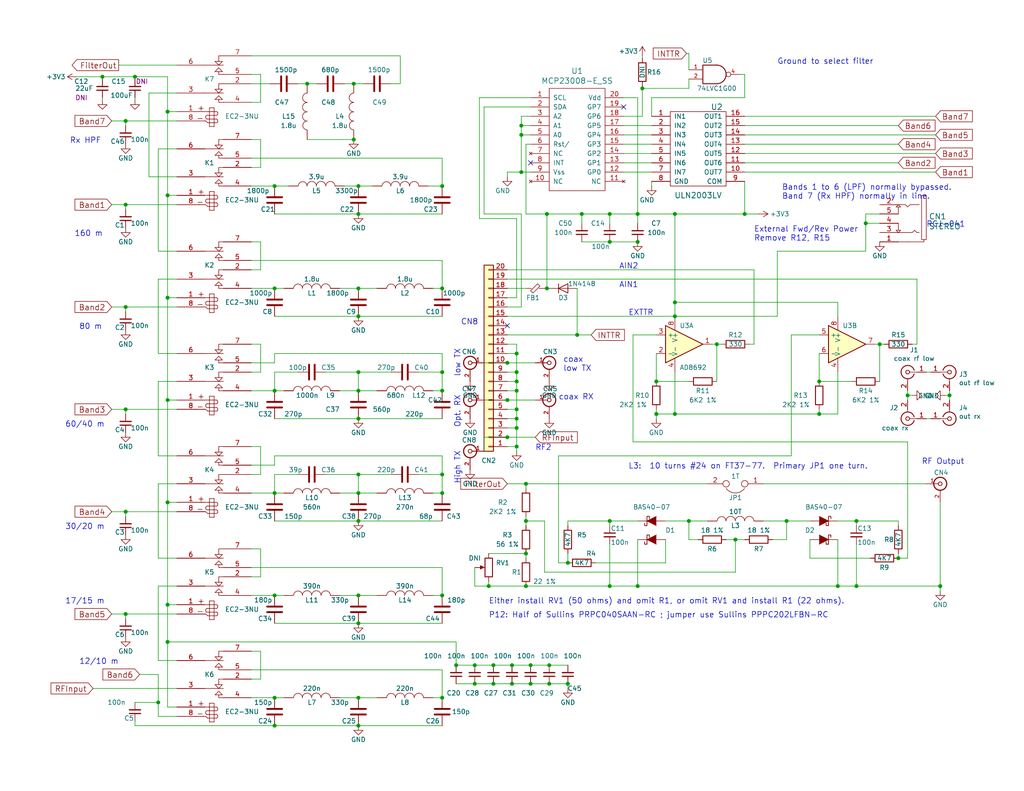
<source format=kicad_sch>
(kicad_sch (version 20230121) (generator eeschema)
  (paper "USLetter")
  (title_block (title "HL2 Filter Board") (date "2019-02-20") (rev "E5build8") (company "N2ADR"))
  (junction (at 120.65 101.6))
  (junction (at 45.72 30.48))
  (junction (at 140.97 96.52))
  (junction (at 36.83 20.955))
  (junction (at 149.225 58.42))
  (junction (at 223.52 113.03))
  (junction (at 45.72 81.28))
  (junction (at 240.03 93.98))
  (junction (at 203.2 58.42))
  (junction (at 133.35 160.02))
  (junction (at 184.15 113.03))
  (junction (at 187.96 142.24))
  (junction (at 97.79 101.6))
  (junction (at 97.79 78.74))
  (junction (at 223.52 104.14))
  (junction (at 43.18 191.77))
  (junction (at 142.24 36.83))
  (junction (at 144.78 181.61))
  (junction (at 143.51 160.02))
  (junction (at 120.65 50.8))
  (junction (at 158.75 58.42))
  (junction (at 245.11 152.4))
  (junction (at 97.79 198.12))
  (junction (at 97.79 86.36))
  (junction (at 120.65 129.54))
  (junction (at 138.43 99.06))
  (junction (at 34.29 83.82))
  (junction (at 124.46 181.61))
  (junction (at 173.99 160.02))
  (junction (at 97.79 106.68))
  (junction (at 139.7 181.61))
  (junction (at 97.79 190.5))
  (junction (at 144.78 186.69))
  (junction (at 166.37 142.24))
  (junction (at 200.66 147.32))
  (junction (at 134.62 181.61))
  (junction (at 138.43 109.22))
  (junction (at 134.62 186.69))
  (junction (at 97.79 142.24))
  (junction (at 166.37 160.02))
  (junction (at 233.68 160.02))
  (junction (at 140.97 116.84))
  (junction (at 166.37 66.04))
  (junction (at 173.99 58.42))
  (junction (at 74.93 78.74))
  (junction (at 149.225 78.74))
  (junction (at 74.93 162.56))
  (junction (at 27.94 20.955))
  (junction (at 140.97 114.3))
  (junction (at 154.94 186.69))
  (junction (at 138.43 119.38))
  (junction (at 120.65 190.5))
  (junction (at 34.29 139.7))
  (junction (at 97.79 134.62))
  (junction (at 139.7 186.69))
  (junction (at 154.94 153.67))
  (junction (at 228.6 160.02))
  (junction (at 142.24 34.29))
  (junction (at 247.65 107.95))
  (junction (at 175.26 24.13))
  (junction (at 259.08 107.95))
  (junction (at 143.51 142.24))
  (junction (at 256.54 160.02))
  (junction (at 34.29 55.88))
  (junction (at 45.72 175.26))
  (junction (at 166.37 58.42))
  (junction (at 140.97 101.6))
  (junction (at 83.82 22.86))
  (junction (at 97.79 129.54))
  (junction (at 45.72 165.1))
  (junction (at 96.52 38.1))
  (junction (at 97.79 170.18))
  (junction (at 120.65 134.62))
  (junction (at 97.79 162.56))
  (junction (at 179.07 113.03))
  (junction (at 45.72 137.16))
  (junction (at 120.65 78.74))
  (junction (at 184.15 86.36))
  (junction (at 140.97 121.92))
  (junction (at 195.58 93.98))
  (junction (at 140.97 111.76))
  (junction (at 129.54 186.69))
  (junction (at 179.07 104.14))
  (junction (at 129.54 181.61))
  (junction (at 214.63 142.24))
  (junction (at 97.79 114.3))
  (junction (at 74.93 50.8))
  (junction (at 45.72 109.22))
  (junction (at 143.51 132.08))
  (junction (at 173.99 66.04))
  (junction (at 157.48 91.44))
  (junction (at 34.29 167.64))
  (junction (at 184.15 58.42))
  (junction (at 184.15 82.55))
  (junction (at 233.68 142.24))
  (junction (at 96.52 22.86))
  (junction (at 34.29 111.76))
  (junction (at 34.29 33.02))
  (junction (at 142.24 46.99))
  (junction (at 143.51 151.13))
  (junction (at 120.65 106.68))
  (junction (at 120.65 162.56))
  (junction (at 149.86 181.61))
  (junction (at 74.93 190.5))
  (junction (at 74.93 106.68))
  (junction (at 140.97 104.14))
  (junction (at 74.93 134.62))
  (junction (at 236.22 60.96))
  (junction (at 97.79 50.8))
  (junction (at 97.79 58.42))
  (junction (at 149.86 186.69))
  (junction (at 45.72 53.34))
  (junction (at 74.93 198.12))
  (junction (at 140.97 106.68))
  (no_connect (at 170.18 29.21))
  (no_connect (at 138.43 88.9))
  (no_connect (at 144.78 44.45))
  (wire (pts (xy 143.51 151.13) (xy 143.51 152.4)))
  (wire (pts (xy 120.65 154.94) (xy 68.58 154.94)))
  (wire (pts (xy 233.68 160.02) (xy 233.68 148.59)))
  (wire (pts (xy 140.97 111.76) (xy 138.43 111.76)))
  (wire (pts (xy 48.26 160.02) (xy 43.18 160.02)))
  (wire (pts (xy 143.51 58.42) (xy 149.225 58.42)))
  (wire (pts (xy 97.79 50.8) (xy 101.6 50.8)))
  (wire (pts (xy 256.54 137.16) (xy 256.54 160.02)))
  (wire (pts (xy 140.97 114.3) (xy 138.43 114.3)))
  (wire (pts (xy 71.12 27.94) (xy 68.58 27.94)))
  (wire (pts (xy 138.43 46.99) (xy 138.43 48.26)))
  (wire (pts (xy 245.11 152.4) (xy 245.11 151.13)))
  (wire (pts (xy 190.5 147.32) (xy 187.96 147.32)))
  (wire (pts (xy 173.99 58.42) (xy 173.99 60.96)))
  (wire (pts (xy 142.24 31.75) (xy 142.24 34.29)))
  (wire (pts (xy 74.93 142.24) (xy 97.79 142.24)))
  (wire (pts (xy 71.12 66.04) (xy 71.12 73.66)))
  (wire (pts (xy 97.79 106.68) (xy 102.87 106.68)))
  (wire (pts (xy 43.18 96.52) (xy 43.18 76.2)))
  (wire (pts (xy 30.48 55.88) (xy 34.29 55.88)))
  (wire (pts (xy 181.61 153.67) (xy 181.61 147.32)))
  (wire (pts (xy 71.12 121.92) (xy 71.12 129.54)))
  (wire (pts (xy 203.2 58.42) (xy 207.01 58.42)))
  (wire (pts (xy 30.48 167.64) (xy 34.29 167.64)))
  (wire (pts (xy 68.58 190.5) (xy 74.93 190.5)))
  (wire (pts (xy 34.29 33.02) (xy 48.26 33.02)))
  (wire (pts (xy 166.37 66.04) (xy 173.99 66.04)))
  (wire (pts (xy 184.15 58.42) (xy 203.2 58.42)))
  (wire (pts (xy 166.37 58.42) (xy 173.99 58.42)))
  (wire (pts (xy 30.48 83.82) (xy 34.29 83.82)))
  (wire (pts (xy 43.18 152.4) (xy 43.18 132.08)))
  (wire (pts (xy 143.51 160.02) (xy 166.37 160.02)))
  (wire (pts (xy 45.72 193.04) (xy 48.26 193.04)))
  (wire (pts (xy 74.93 127) (xy 68.58 127)))
  (wire (pts (xy 20.955 20.955) (xy 27.94 20.955)))
  (wire (pts (xy 118.11 190.5) (xy 120.65 190.5)))
  (wire (pts (xy 138.43 76.2) (xy 250.19 76.2)))
  (wire (pts (xy 195.58 93.98) (xy 195.58 104.14)))
  (wire (pts (xy 74.93 106.68) (xy 74.93 101.6)))
  (wire (pts (xy 92.71 106.68) (xy 97.79 106.68)))
  (wire (pts (xy 175.26 31.75) (xy 170.18 31.75)))
  (wire (pts (xy 140.97 59.69) (xy 130.81 59.69)))
  (wire (pts (xy 142.24 34.29) (xy 142.24 36.83)))
  (wire (pts (xy 149.225 58.42) (xy 158.75 58.42)))
  (wire (pts (xy 81.28 129.54) (xy 74.93 129.54)))
  (wire (pts (xy 166.37 148.59) (xy 166.37 160.02)))
  (wire (pts (xy 149.86 181.61) (xy 154.94 181.61)))
  (wire (pts (xy 257.81 107.95) (xy 259.08 107.95)))
  (wire (pts (xy 172.72 91.44) (xy 172.72 120.65)))
  (wire (pts (xy 83.82 22.86) (xy 86.36 22.86)))
  (wire (pts (xy 93.98 50.8) (xy 97.79 50.8)))
  (wire (pts (xy 68.58 162.56) (xy 74.93 162.56)))
  (wire (pts (xy 48.26 124.46) (xy 43.18 124.46)))
  (wire (pts (xy 214.63 142.24) (xy 220.98 142.24)))
  (wire (pts (xy 223.52 104.14) (xy 223.52 96.52)))
  (wire (pts (xy 179.07 104.14) (xy 179.07 96.52)))
  (wire (pts (xy 203.2 41.91) (xy 255.27 41.91)))
  (wire (pts (xy 124.46 175.26) (xy 124.46 181.61)))
  (wire (pts (xy 138.43 99.06) (xy 146.05 99.06)))
  (wire (pts (xy 129.54 160.02) (xy 133.35 160.02)))
  (wire (pts (xy 129.54 154.94) (xy 129.54 160.02)))
  (wire (pts (xy 144.78 186.69) (xy 149.86 186.69)))
  (wire (pts (xy 48.26 96.52) (xy 43.18 96.52)))
  (wire (pts (xy 97.79 190.5) (xy 102.87 190.5)))
  (wire (pts (xy 143.51 132.08) (xy 193.04 132.08)))
  (wire (pts (xy 203.2 26.67) (xy 177.8 26.67)))
  (wire (pts (xy 74.93 78.74) (xy 77.47 78.74)))
  (wire (pts (xy 132.08 99.06) (xy 138.43 99.06)))
  (wire (pts (xy 138.43 96.52) (xy 140.97 96.52)))
  (wire (pts (xy 148.59 78.74) (xy 149.225 78.74)))
  (wire (pts (xy 228.6 82.55) (xy 184.15 82.55)))
  (wire (pts (xy 203.2 31.75) (xy 255.27 31.75)))
  (wire (pts (xy 142.24 34.29) (xy 144.78 34.29)))
  (wire (pts (xy 43.18 40.64) (xy 43.18 68.58)))
  (wire (pts (xy 92.71 134.62) (xy 97.79 134.62)))
  (wire (pts (xy 130.81 59.69) (xy 130.81 26.67)))
  (wire (pts (xy 74.93 106.68) (xy 77.47 106.68)))
  (wire (pts (xy 109.22 15.24) (xy 109.22 22.86)))
  (wire (pts (xy 68.58 20.32) (xy 71.12 20.32)))
  (wire (pts (xy 140.97 116.84) (xy 140.97 121.92)))
  (wire (pts (xy 152.4 124.46) (xy 215.9 124.46)))
  (wire (pts (xy 68.58 78.74) (xy 74.93 78.74)))
  (wire (pts (xy 97.79 170.18) (xy 120.65 170.18)))
  (wire (pts (xy 120.65 182.88) (xy 68.58 182.88)))
  (wire (pts (xy 130.81 26.67) (xy 144.78 26.67)))
  (wire (pts (xy 36.83 198.12) (xy 74.93 198.12)))
  (wire (pts (xy 223.52 113.03) (xy 228.6 113.03)))
  (wire (pts (xy 181.61 142.24) (xy 187.96 142.24)))
  (wire (pts (xy 212.09 68.58) (xy 236.22 68.58)))
  (wire (pts (xy 129.54 181.61) (xy 134.62 181.61)))
  (wire (pts (xy 68.58 38.1) (xy 71.12 38.1)))
  (wire (pts (xy 138.43 81.28) (xy 140.97 81.28)))
  (wire (pts (xy 132.08 119.38) (xy 138.43 119.38)))
  (wire (pts (xy 138.43 46.99) (xy 142.24 46.99)))
  (wire (pts (xy 68.58 134.62) (xy 74.93 134.62)))
  (wire (pts (xy 208.28 142.24) (xy 214.63 142.24)))
  (wire (pts (xy 92.71 78.74) (xy 97.79 78.74)))
  (wire (pts (xy 203.2 46.99) (xy 255.27 46.99)))
  (wire (pts (xy 158.75 66.04) (xy 166.37 66.04)))
  (wire (pts (xy 120.65 43.18) (xy 120.65 50.8)))
  (wire (pts (xy 166.37 143.51) (xy 166.37 142.24)))
  (wire (pts (xy 36.83 26.67) (xy 36.83 27.305)))
  (wire (pts (xy 34.29 140.97) (xy 34.29 139.7)))
  (wire (pts (xy 43.18 124.46) (xy 43.18 104.14)))
  (wire (pts (xy 140.97 101.6) (xy 140.97 104.14)))
  (wire (pts (xy 236.22 68.58) (xy 236.22 60.96)))
  (wire (pts (xy 236.22 58.42) (xy 240.03 58.42)))
  (wire (pts (xy 124.46 186.69) (xy 129.54 186.69)))
  (wire (pts (xy 68.58 106.68) (xy 74.93 106.68)))
  (wire (pts (xy 140.97 106.68) (xy 140.97 111.76)))
  (wire (pts (xy 74.93 190.5) (xy 77.47 190.5)))
  (wire (pts (xy 142.24 36.83) (xy 142.24 46.99)))
  (wire (pts (xy 158.75 60.96) (xy 158.75 58.42)))
  (wire (pts (xy 205.74 73.66) (xy 205.74 93.98)))
  (wire (pts (xy 205.74 93.98) (xy 204.47 93.98)))
  (wire (pts (xy 194.31 93.98) (xy 195.58 93.98)))
  (wire (pts (xy 74.93 86.36) (xy 97.79 86.36)))
  (wire (pts (xy 71.12 185.42) (xy 68.58 185.42)))
  (wire (pts (xy 109.22 22.86) (xy 106.68 22.86)))
  (wire (pts (xy 68.58 121.92) (xy 71.12 121.92)))
  (wire (pts (xy 238.76 93.98) (xy 240.03 93.98)))
  (wire (pts (xy 114.3 129.54) (xy 120.65 129.54)))
  (wire (pts (xy 97.79 134.62) (xy 97.79 129.54)))
  (wire (pts (xy 157.48 78.74) (xy 157.48 91.44)))
  (wire (pts (xy 88.9 129.54) (xy 97.79 129.54)))
  (wire (pts (xy 129.54 186.69) (xy 134.62 186.69)))
  (wire (pts (xy 36.83 20.955) (xy 45.72 20.955)))
  (wire (pts (xy 170.18 34.29) (xy 177.8 34.29)))
  (wire (pts (xy 71.12 93.98) (xy 71.12 101.6)))
  (wire (pts (xy 228.6 142.24) (xy 233.68 142.24)))
  (wire (pts (xy 240.03 104.14) (xy 240.03 93.98)))
  (wire (pts (xy 133.35 160.02) (xy 143.51 160.02)))
  (wire (pts (xy 140.97 101.6) (xy 138.43 101.6)))
  (wire (pts (xy 142.24 46.99) (xy 144.78 46.99)))
  (wire (pts (xy 166.37 142.24) (xy 173.99 142.24)))
  (wire (pts (xy 43.18 76.2) (xy 48.26 76.2)))
  (wire (pts (xy 134.62 186.69) (xy 139.7 186.69)))
  (wire (pts (xy 68.58 149.86) (xy 71.12 149.86)))
  (wire (pts (xy 233.68 143.51) (xy 233.68 142.24)))
  (wire (pts (xy 45.72 137.16) (xy 45.72 165.1)))
  (wire (pts (xy 220.98 147.32) (xy 220.98 152.4)))
  (wire (pts (xy 203.2 20.32) (xy 203.2 26.67)))
  (wire (pts (xy 97.79 101.6) (xy 97.79 106.68)))
  (wire (pts (xy 200.66 147.32) (xy 200.66 156.21)))
  (wire (pts (xy 138.43 83.82) (xy 142.24 83.82)))
  (wire (pts (xy 250.19 76.2) (xy 250.19 93.98)))
  (wire (pts (xy 124.46 181.61) (xy 129.54 181.61)))
  (wire (pts (xy 247.65 107.95) (xy 247.65 109.22)))
  (wire (pts (xy 71.12 38.1) (xy 71.12 45.72)))
  (wire (pts (xy 157.48 91.44) (xy 161.29 91.44)))
  (wire (pts (xy 40.64 48.26) (xy 48.26 48.26)))
  (wire (pts (xy 43.18 180.34) (xy 48.26 180.34)))
  (wire (pts (xy 140.97 116.84) (xy 138.43 116.84)))
  (wire (pts (xy 68.58 50.8) (xy 74.93 50.8)))
  (wire (pts (xy 233.68 160.02) (xy 256.54 160.02)))
  (wire (pts (xy 154.94 142.24) (xy 154.94 143.51)))
  (wire (pts (xy 71.12 20.32) (xy 71.12 27.94)))
  (wire (pts (xy 74.93 170.18) (xy 97.79 170.18)))
  (wire (pts (xy 175.26 23.495) (xy 175.26 24.13)))
  (wire (pts (xy 45.72 175.26) (xy 124.46 175.26)))
  (wire (pts (xy 203.2 44.45) (xy 245.11 44.45)))
  (wire (pts (xy 68.58 43.18) (xy 120.65 43.18)))
  (wire (pts (xy 36.83 191.77) (xy 43.18 191.77)))
  (wire (pts (xy 114.3 101.6) (xy 120.65 101.6)))
  (wire (pts (xy 247.65 120.65) (xy 247.65 152.4)))
  (wire (pts (xy 158.75 58.42) (xy 166.37 58.42)))
  (wire (pts (xy 38.1 184.15) (xy 43.18 184.15)))
  (wire (pts (xy 27.94 20.955) (xy 36.83 20.955)))
  (wire (pts (xy 184.15 58.42) (xy 184.15 82.55)))
  (wire (pts (xy 179.07 113.03) (xy 179.07 114.3)))
  (wire (pts (xy 203.2 34.29) (xy 245.11 34.29)))
  (wire (pts (xy 179.07 91.44) (xy 172.72 91.44)))
  (wire (pts (xy 142.24 36.83) (xy 144.78 36.83)))
  (wire (pts (xy 223.52 113.03) (xy 223.52 111.76)))
  (wire (pts (xy 247.65 152.4) (xy 245.11 152.4)))
  (wire (pts (xy 143.51 133.35) (xy 143.51 132.08)))
  (wire (pts (xy 34.29 111.76) (xy 48.26 111.76)))
  (wire (pts (xy 140.97 106.68) (xy 138.43 106.68)))
  (wire (pts (xy 177.8 31.75) (xy 177.8 26.67)))
  (wire (pts (xy 149.225 78.74) (xy 149.86 78.74)))
  (wire (pts (xy 170.18 41.91) (xy 177.8 41.91)))
  (wire (pts (xy 175.26 15.24) (xy 175.26 15.875)))
  (wire (pts (xy 97.79 162.56) (xy 102.87 162.56)))
  (wire (pts (xy 68.58 93.98) (xy 71.12 93.98)))
  (wire (pts (xy 120.65 124.46) (xy 120.65 129.54)))
  (wire (pts (xy 92.71 190.5) (xy 97.79 190.5)))
  (wire (pts (xy 45.72 20.955) (xy 45.72 30.48)))
  (wire (pts (xy 187.325 14.605) (xy 187.96 14.605)))
  (wire (pts (xy 43.18 68.58) (xy 48.26 68.58)))
  (wire (pts (xy 45.72 137.16) (xy 48.26 137.16)))
  (wire (pts (xy 162.56 153.67) (xy 181.61 153.67)))
  (wire (pts (xy 179.07 113.03) (xy 184.15 113.03)))
  (wire (pts (xy 68.58 177.8) (xy 71.12 177.8)))
  (wire (pts (xy 120.65 96.52) (xy 74.93 96.52)))
  (wire (pts (xy 138.43 109.22) (xy 146.05 109.22)))
  (wire (pts (xy 247.65 106.68) (xy 247.65 107.95)))
  (wire (pts (xy 132.08 58.42) (xy 132.08 29.21)))
  (wire (pts (xy 120.65 124.46) (xy 74.93 124.46)))
  (wire (pts (xy 68.58 22.86) (xy 73.66 22.86)))
  (wire (pts (xy 140.97 81.28) (xy 140.97 59.69)))
  (wire (pts (xy 154.94 186.69) (xy 154.94 187.96)))
  (wire (pts (xy 187.96 14.605) (xy 187.96 19.05)))
  (wire (pts (xy 97.79 101.6) (xy 106.68 101.6)))
  (wire (pts (xy 139.7 186.69) (xy 144.78 186.69)))
  (wire (pts (xy 203.2 58.42) (xy 203.2 49.53)))
  (wire (pts (xy 154.94 153.67) (xy 152.4 153.67)))
  (wire (pts (xy 166.37 160.02) (xy 173.99 160.02)))
  (wire (pts (xy 74.93 58.42) (xy 97.79 58.42)))
  (wire (pts (xy 170.18 39.37) (xy 177.8 39.37)))
  (wire (pts (xy 36.83 21.59) (xy 36.83 20.955)))
  (wire (pts (xy 97.79 78.74) (xy 102.87 78.74)))
  (wire (pts (xy 48.26 152.4) (xy 43.18 152.4)))
  (wire (pts (xy 118.11 78.74) (xy 120.65 78.74)))
  (wire (pts (xy 71.12 177.8) (xy 71.12 185.42)))
  (wire (pts (xy 97.79 198.12) (xy 120.65 198.12)))
  (wire (pts (xy 27.94 21.59) (xy 27.94 20.955)))
  (wire (pts (xy 173.99 58.42) (xy 184.15 58.42)))
  (wire (pts (xy 149.86 186.69) (xy 154.94 186.69)))
  (wire (pts (xy 228.6 86.36) (xy 228.6 82.55)))
  (wire (pts (xy 45.72 81.28) (xy 48.26 81.28)))
  (wire (pts (xy 215.9 91.44) (xy 223.52 91.44)))
  (wire (pts (xy 120.65 71.12) (xy 68.58 71.12)))
  (wire (pts (xy 97.79 86.36) (xy 120.65 86.36)))
  (wire (pts (xy 220.98 152.4) (xy 237.49 152.4)))
  (wire (pts (xy 45.72 53.34) (xy 45.72 81.28)))
  (wire (pts (xy 120.65 129.54) (xy 120.65 134.62)))
  (wire (pts (xy 120.65 162.56) (xy 120.65 154.94)))
  (wire (pts (xy 138.43 91.44) (xy 157.48 91.44)))
  (wire (pts (xy 34.29 55.88) (xy 48.26 55.88)))
  (wire (pts (xy 30.48 111.76) (xy 34.29 111.76)))
  (wire (pts (xy 173.99 147.32) (xy 173.99 160.02)))
  (wire (pts (xy 184.15 82.55) (xy 184.15 86.36)))
  (wire (pts (xy 30.48 33.02) (xy 34.29 33.02)))
  (wire (pts (xy 240.03 60.96) (xy 236.22 60.96)))
  (wire (pts (xy 259.08 106.68) (xy 259.08 107.95)))
  (wire (pts (xy 143.51 142.24) (xy 143.51 143.51)))
  (wire (pts (xy 152.4 153.67) (xy 152.4 124.46)))
  (wire (pts (xy 133.35 158.75) (xy 133.35 160.02)))
  (wire (pts (xy 71.12 149.86) (xy 71.12 157.48)))
  (wire (pts (xy 71.12 101.6) (xy 68.58 101.6)))
  (wire (pts (xy 132.08 123.19) (xy 132.08 119.38)))
  (wire (pts (xy 177.8 44.45) (xy 170.18 44.45)))
  (wire (pts (xy 142.24 83.82) (xy 142.24 58.42)))
  (wire (pts (xy 43.18 132.08) (xy 48.26 132.08)))
  (wire (pts (xy 81.28 22.86) (xy 83.82 22.86)))
  (wire (pts (xy 140.97 111.76) (xy 140.97 114.3)))
  (wire (pts (xy 45.72 30.48) (xy 45.72 53.34)))
  (wire (pts (xy 228.6 113.03) (xy 228.6 101.6)))
  (wire (pts (xy 34.29 85.09) (xy 34.29 83.82)))
  (wire (pts (xy 120.65 50.8) (xy 116.84 50.8)))
  (wire (pts (xy 184.15 86.36) (xy 212.09 86.36)))
  (wire (pts (xy 68.58 15.24) (xy 109.22 15.24)))
  (wire (pts (xy 228.6 160.02) (xy 228.6 147.32)))
  (wire (pts (xy 74.93 101.6) (xy 81.28 101.6)))
  (wire (pts (xy 88.9 101.6) (xy 97.79 101.6)))
  (wire (pts (xy 43.18 104.14) (xy 48.26 104.14)))
  (wire (pts (xy 71.12 129.54) (xy 68.58 129.54)))
  (wire (pts (xy 154.94 151.13) (xy 154.94 153.67)))
  (wire (pts (xy 144.78 39.37) (xy 143.51 39.37)))
  (wire (pts (xy 97.79 114.3) (xy 120.65 114.3)))
  (wire (pts (xy 133.35 151.13) (xy 143.51 151.13)))
  (wire (pts (xy 140.97 121.92) (xy 138.43 121.92)))
  (wire (pts (xy 34.29 113.03) (xy 34.29 111.76)))
  (wire (pts (xy 139.7 181.61) (xy 144.78 181.61)))
  (wire (pts (xy 97.79 129.54) (xy 106.68 129.54)))
  (wire (pts (xy 170.18 36.83) (xy 177.8 36.83)))
  (wire (pts (xy 48.26 40.64) (xy 43.18 40.64)))
  (wire (pts (xy 187.96 21.59) (xy 187.96 24.13)))
  (wire (pts (xy 30.48 139.7) (xy 34.29 139.7)))
  (wire (pts (xy 166.37 60.96) (xy 166.37 58.42)))
  (wire (pts (xy 74.93 124.46) (xy 74.93 127)))
  (wire (pts (xy 97.79 134.62) (xy 102.87 134.62)))
  (wire (pts (xy 140.97 104.14) (xy 140.97 106.68)))
  (wire (pts (xy 148.59 142.24) (xy 143.51 142.24)))
  (wire (pts (xy 45.72 81.28) (xy 45.72 109.22)))
  (wire (pts (xy 48.26 30.48) (xy 45.72 30.48)))
  (wire (pts (xy 140.97 121.92) (xy 140.97 123.19)))
  (wire (pts (xy 228.6 160.02) (xy 233.68 160.02)))
  (wire (pts (xy 187.96 104.14) (xy 179.07 104.14)))
  (wire (pts (xy 45.72 109.22) (xy 45.72 137.16)))
  (wire (pts (xy 203.2 36.83) (xy 255.27 36.83)))
  (wire (pts (xy 143.51 140.97) (xy 143.51 142.24)))
  (wire (pts (xy 34.29 83.82) (xy 48.26 83.82)))
  (wire (pts (xy 170.18 26.67) (xy 173.99 26.67)))
  (wire (pts (xy 175.26 24.13) (xy 175.26 31.75)))
  (wire (pts (xy 120.65 101.6) (xy 120.65 106.68)))
  (wire (pts (xy 97.79 142.24) (xy 120.65 142.24)))
  (wire (pts (xy 120.65 106.68) (xy 118.11 106.68)))
  (wire (pts (xy 134.62 181.61) (xy 139.7 181.61)))
  (wire (pts (xy 120.65 190.5) (xy 120.65 182.88)))
  (wire (pts (xy 142.24 58.42) (xy 132.08 58.42)))
  (wire (pts (xy 74.93 96.52) (xy 74.93 99.06)))
  (wire (pts (xy 240.03 93.98) (xy 241.3 93.98)))
  (wire (pts (xy 34.29 57.15) (xy 34.29 55.88)))
  (wire (pts (xy 200.66 156.21) (xy 148.59 156.21)))
  (wire (pts (xy 140.97 93.98) (xy 140.97 96.52)))
  (wire (pts (xy 34.29 139.7) (xy 48.26 139.7)))
  (wire (pts (xy 83.82 38.1) (xy 96.52 38.1)))
  (wire (pts (xy 140.97 104.14) (xy 138.43 104.14)))
  (wire (pts (xy 248.92 107.95) (xy 247.65 107.95)))
  (wire (pts (xy 32.385 17.78) (xy 48.26 17.78)))
  (wire (pts (xy 203.2 39.37) (xy 245.11 39.37)))
  (wire (pts (xy 233.68 142.24) (xy 245.11 142.24)))
  (wire (pts (xy 48.26 187.96) (xy 25.4 187.96)))
  (wire (pts (xy 27.94 26.67) (xy 27.94 27.305)))
  (wire (pts (xy 96.52 22.86) (xy 99.06 22.86)))
  (wire (pts (xy 187.96 147.32) (xy 187.96 142.24)))
  (wire (pts (xy 201.93 20.32) (xy 203.2 20.32)))
  (wire (pts (xy 142.24 31.75) (xy 144.78 31.75)))
  (wire (pts (xy 120.65 78.74) (xy 120.65 71.12)))
  (wire (pts (xy 215.9 124.46) (xy 215.9 91.44)))
  (wire (pts (xy 187.96 142.24) (xy 193.04 142.24)))
  (wire (pts (xy 195.58 93.98) (xy 196.85 93.98)))
  (wire (pts (xy 250.19 93.98) (xy 248.92 93.98)))
  (wire (pts (xy 252.73 114.3) (xy 254 114.3)))
  (wire (pts (xy 43.18 184.15) (xy 43.18 191.77)))
  (wire (pts (xy 74.93 162.56) (xy 77.47 162.56)))
  (wire (pts (xy 132.08 29.21) (xy 144.78 29.21)))
  (wire (pts (xy 74.93 99.06) (xy 68.58 99.06)))
  (wire (pts (xy 138.43 93.98) (xy 140.97 93.98)))
  (wire (pts (xy 92.71 162.56) (xy 97.79 162.56)))
  (wire (pts (xy 149.225 78.74) (xy 149.225 58.42)))
  (wire (pts (xy 184.15 101.6) (xy 184.15 113.03)))
  (wire (pts (xy 45.72 109.22) (xy 48.26 109.22)))
  (wire (pts (xy 71.12 45.72) (xy 68.58 45.72)))
  (wire (pts (xy 154.94 142.24) (xy 166.37 142.24)))
  (wire (pts (xy 138.43 132.08) (xy 143.51 132.08)))
  (wire (pts (xy 74.93 134.62) (xy 77.47 134.62)))
  (wire (pts (xy 172.72 120.65) (xy 247.65 120.65)))
  (wire (pts (xy 34.29 167.64) (xy 48.26 167.64)))
  (wire (pts (xy 208.28 132.08) (xy 252.73 132.08)))
  (wire (pts (xy 120.65 96.52) (xy 120.65 101.6)))
  (wire (pts (xy 144.78 181.61) (xy 149.86 181.61)))
  (wire (pts (xy 212.09 86.36) (xy 212.09 68.58)))
  (wire (pts (xy 200.66 147.32) (xy 203.2 147.32)))
  (wire (pts (xy 132.08 109.22) (xy 138.43 109.22)))
  (wire (pts (xy 71.12 73.66) (xy 68.58 73.66)))
  (wire (pts (xy 118.11 162.56) (xy 120.65 162.56)))
  (wire (pts (xy 232.41 104.14) (xy 223.52 104.14)))
  (wire (pts (xy 43.18 195.58) (xy 48.26 195.58)))
  (wire (pts (xy 138.43 119.38) (xy 146.05 119.38)))
  (wire (pts (xy 140.97 114.3) (xy 140.97 116.84)))
  (wire (pts (xy 179.07 111.76) (xy 179.07 113.03)))
  (wire (pts (xy 36.83 198.12) (xy 36.83 196.85)))
  (wire (pts (xy 71.12 157.48) (xy 68.58 157.48)))
  (wire (pts (xy 34.29 34.29) (xy 34.29 33.02)))
  (wire (pts (xy 214.63 147.32) (xy 214.63 142.24)))
  (wire (pts (xy 45.72 175.26) (xy 45.72 193.04)))
  (wire (pts (xy 45.72 165.1) (xy 48.26 165.1)))
  (wire (pts (xy 74.93 129.54) (xy 74.93 134.62)))
  (wire (pts (xy 138.43 78.74) (xy 143.51 78.74)))
  (wire (pts (xy 138.43 86.36) (xy 184.15 86.36)))
  (wire (pts (xy 43.18 191.77) (xy 43.18 195.58)))
  (wire (pts (xy 74.93 198.12) (xy 97.79 198.12)))
  (wire (pts (xy 68.58 66.04) (xy 71.12 66.04)))
  (wire (pts (xy 148.59 156.21) (xy 148.59 142.24)))
  (wire (pts (xy 173.99 26.67) (xy 173.99 58.42)))
  (wire (pts (xy 236.22 60.96) (xy 236.22 58.42)))
  (wire (pts (xy 259.08 107.95) (xy 259.08 109.22)))
  (wire (pts (xy 45.72 53.34) (xy 48.26 53.34)))
  (wire (pts (xy 210.82 147.32) (xy 214.63 147.32)))
  (wire (pts (xy 43.18 160.02) (xy 43.18 180.34)))
  (wire (pts (xy 93.98 22.86) (xy 96.52 22.86)))
  (wire (pts (xy 138.43 73.66) (xy 205.74 73.66)))
  (wire (pts (xy 198.12 147.32) (xy 200.66 147.32)))
  (wire (pts (xy 170.18 46.99) (xy 177.8 46.99)))
  (wire (pts (xy 48.26 25.4) (xy 40.64 25.4)))
  (wire (pts (xy 245.11 142.24) (xy 245.11 143.51)))
  (wire (pts (xy 177.8 49.53) (xy 177.8 50.8)))
  (wire (pts (xy 143.51 39.37) (xy 143.51 58.42)))
  (wire (pts (xy 173.99 160.02) (xy 228.6 160.02)))
  (wire (pts (xy 187.96 24.13) (xy 175.26 24.13)))
  (wire (pts (xy 252.73 101.6) (xy 254 101.6)))
  (wire (pts (xy 140.97 96.52) (xy 140.97 101.6)))
  (wire (pts (xy 184.15 113.03) (xy 223.52 113.03)))
  (wire (pts (xy 120.65 134.62) (xy 118.11 134.62)))
  (wire (pts (xy 97.79 58.42) (xy 120.65 58.42)))
  (wire (pts (xy 34.29 168.91) (xy 34.29 167.64)))
  (wire (pts (xy 256.54 160.02) (xy 256.54 161.29)))
  (wire (pts (xy 45.72 165.1) (xy 45.72 175.26)))
  (wire (pts (xy 74.93 114.3) (xy 97.79 114.3)))
  (wire (pts (xy 40.64 25.4) (xy 40.64 48.26)))
  (wire (pts (xy 74.93 50.8) (xy 78.74 50.8)))
  (text "External Fwd/Rev Power\nRemove R12, R15" (at 205.74 66.04 0) (effects (font (size 1.524 1.524)) (justify left bottom)))
  (text "RF2" (at 146.05 123.19 0) (effects (font (size 1.524 1.524)) (justify left bottom)))
  (text "Bands 1 to 6 (LPF) normally bypassed.\nBand 7 (Rx HPF) normally in line." (at 213.36 54.61 0) (effects (font (size 1.524 1.524)) (justify left bottom)))
  (text "CN8" (at 125.73 88.9 0) (effects (font (size 1.524 1.524)) (justify left bottom)))
  (text "coax \nlow TX\n" (at 153.67 101.6 0) (effects (font (size 1.524 1.524)) (justify left bottom)))
  (text "80 m" (at 21.59 90.17 0) (effects (font (size 1.524 1.524)) (justify left bottom)))
  (text "Opt. RX \n" (at 125.73 116.84 90) (effects (font (size 1.524 1.524)) (justify left bottom)))
  (text "L3:  10 turns #24 on FT37-77.  Primary JP1 one turn." (at 171.45 128.27 0) (effects (font (size 1.524 1.524)) (justify left bottom)))
  (text "low TX\n" (at 125.73 95.25 90) (effects (font (size 1.524 1.524)) (justify right bottom)))
  (text "12/10 m" (at 21.59 181.61 0) (effects (font (size 1.524 1.524)) (justify left bottom)))
  (text "coax RX\n\n\n" (at 152.4 114.3 0) (effects (font (size 1.524 1.524)) (justify left bottom)))
  (text "30/20 m" (at 17.78 144.78 0) (effects (font (size 1.524 1.524)) (justify left bottom)))
  (text "AIN1" (at 168.91 78.74 0) (effects (font (size 1.524 1.524)) (justify left bottom)))
  (text "Ground to select filter" (at 212.09 17.78 0) (effects (font (size 1.524 1.524)) (justify left bottom)))
  (text "17/15 m" (at 17.78 165.1 0) (effects (font (size 1.524 1.524)) (justify left bottom)))
  (text "160 m" (at 20.32 64.77 0) (effects (font (size 1.524 1.524)) (justify left bottom)))
  (text "RCJ-041" (at 252.73 62.23 0) (effects (font (size 1.524 1.524)) (justify left bottom)))
  (text "60/40 m" (at 17.78 116.84 0) (effects (font (size 1.524 1.524)) (justify left bottom)))
  (text "EXTTR" (at 171.45 86.36 0) (effects (font (size 1.524 1.524)) (justify left bottom)))
  (text "AIN2" (at 168.91 73.66 0) (effects (font (size 1.524 1.524)) (justify left bottom)))
  (text "High TX\n" (at 125.73 123.19 90) (effects (font (size 1.524 1.524)) (justify right bottom)))
  (text "Either install RV1 (50 ohms) and omit R1, or omit RV1 and install R1 (22 ohms)." (at 133.35 165.1 0) (effects (font (size 1.524 1.524)) (justify left bottom)))
  (text "P12: Half of Sullins PRPC040SAAN-RC ; jumper use Sullins PPPC202LFBN-RC" (at 133.35 168.91 0) (effects (font (size 1.524 1.524)) (justify left bottom)))
  (text "Rx HPF" (at 19.05 39.37 0) (effects (font (size 1.524 1.524)) (justify left bottom)))
  (text "RF Output" (at 251.46 127 0) (effects (font (size 1.524 1.524)) (justify left bottom)))
  (global_label "RFInput" (shape input) (at 146.05 119.38 0) (effects (font (size 1.524 1.524))) (property "Intersheetrefs" "${INTERSHEET_REFS}" (effects hide)))
  (global_label "Band4" (shape input) (at 245.11 39.37 0) (effects (font (size 1.524 1.524))) (property "Intersheetrefs" "${INTERSHEET_REFS}" (effects hide)))
  (global_label "Band3" (shape input) (at 255.27 41.91 0) (effects (font (size 1.524 1.524))) (property "Intersheetrefs" "${INTERSHEET_REFS}" (effects hide)))
  (global_label "Band7" (shape input) (at 255.27 31.75 0) (effects (font (size 1.524 1.524))) (property "Intersheetrefs" "${INTERSHEET_REFS}" (effects hide)))
  (global_label "INTTR" (shape input) (at 161.29 91.44 0) (effects (font (size 1.524 1.524))) (property "Intersheetrefs" "${INTERSHEET_REFS}" (effects hide)))
  (global_label "INTTR" (shape input) (at 187.325 14.605 180) (effects (font (size 1.524 1.524))) (property "Intersheetrefs" "${INTERSHEET_REFS}" (effects hide)))
  (global_label "Band7" (shape input) (at 30.48 33.02 180) (effects (font (size 1.524 1.524))) (property "Intersheetrefs" "${INTERSHEET_REFS}" (effects hide)))
  (global_label "Band1" (shape input) (at 30.48 55.88 180) (effects (font (size 1.524 1.524))) (property "Intersheetrefs" "${INTERSHEET_REFS}" (effects hide)))
  (global_label "Band5" (shape input) (at 30.48 167.64 180) (effects (font (size 1.524 1.524))) (property "Intersheetrefs" "${INTERSHEET_REFS}" (effects hide)))
  (global_label "FilterOut" (shape output) (at 32.385 17.78 180) (effects (font (size 1.524 1.524))) (property "Intersheetrefs" "${INTERSHEET_REFS}" (effects hide)))
  (global_label "Band2" (shape input) (at 30.48 83.82 180) (effects (font (size 1.524 1.524))) (property "Intersheetrefs" "${INTERSHEET_REFS}" (effects hide)))
  (global_label "Band3" (shape input) (at 30.48 111.76 180) (effects (font (size 1.524 1.524))) (property "Intersheetrefs" "${INTERSHEET_REFS}" (effects hide)))
  (global_label "RFInput" (shape input) (at 25.4 187.96 180) (effects (font (size 1.524 1.524))) (property "Intersheetrefs" "${INTERSHEET_REFS}" (effects hide)))
  (global_label "Band2" (shape input) (at 245.11 44.45 0) (effects (font (size 1.524 1.524))) (property "Intersheetrefs" "${INTERSHEET_REFS}" (effects hide)))
  (global_label "Band6" (shape input) (at 38.1 184.15 180) (effects (font (size 1.524 1.524))) (property "Intersheetrefs" "${INTERSHEET_REFS}" (effects hide)))
  (global_label "Band1" (shape input) (at 255.27 46.99 0) (effects (font (size 1.524 1.524))) (property "Intersheetrefs" "${INTERSHEET_REFS}" (effects hide)))
  (global_label "Band4" (shape input) (at 30.48 139.7 180) (effects (font (size 1.524 1.524))) (property "Intersheetrefs" "${INTERSHEET_REFS}" (effects hide)))
  (global_label "Band5" (shape input) (at 255.27 36.83 0) (effects (font (size 1.524 1.524))) (property "Intersheetrefs" "${INTERSHEET_REFS}" (effects hide)))
  (global_label "Band6" (shape input) (at 245.11 34.29 0) (effects (font (size 1.524 1.524))) (property "Intersheetrefs" "${INTERSHEET_REFS}" (effects hide)))
  (global_label "FilterOut" (shape input) (at 138.43 132.08 180) (effects (font (size 1.524 1.524))) (property "Intersheetrefs" "${INTERSHEET_REFS}" (effects hide)))
  (symbol (lib_id "n2adr:RELAY_DPDT") (at 58.42 46.99 0) (unit 1)
    (property "Reference" "K1" (at 57.15 44.45 0))
    (property "Value" "EC2-3NU" (at 66.04 54.61 0))
    (property "Footprint" "Local:RelayDPDT01" (effects hide))
  )
  (symbol (lib_id "n2adr:INDUCTOR") (at 110.49 78.74 90) (unit 1)
    (property "Reference" "L2" (at 110.49 80.01 90))
    (property "Value" "1.8u" (at 110.49 76.2 90))
    (property "Footprint" "Local:SMD_1812" (effects hide))
  )
  (symbol (lib_id "n2adr:C") (at 74.93 82.55 180) (unit 1)
    (property "Reference" "C8" (at 74.295 85.09 0) (effects (justify left)))
    (property "Value" "1000p" (at 74.295 80.01 0) (effects (justify left)))
    (property "Footprint" "Local:SMD_1206" (effects hide))
  )
  (symbol (lib_id "n2adr:INDUCTOR") (at 85.09 78.74 90) (unit 1)
    (property "Reference" "L1" (at 85.09 80.01 90))
    (property "Value" "1.8u" (at 85.09 76.2 90))
    (property "Footprint" "Local:SMD_1812" (effects hide))
  )
  (symbol (lib_id "n2adr:C") (at 97.79 82.55 180) (unit 1)
    (property "Reference" "C9" (at 97.155 85.09 0) (effects (justify left)))
    (property "Value" "1800p" (at 95.25 80.01 0) (effects (justify left)))
    (property "Footprint" "Local:SMD_1206" (effects hide))
  )
  (symbol (lib_id "n2adr:C") (at 120.65 82.55 180) (unit 1)
    (property "Reference" "C10" (at 120.015 85.09 0) (effects (justify left)))
    (property "Value" "1000p" (at 127 80.01 0) (effects (justify left)))
    (property "Footprint" "Local:SMD_1206" (effects hide))
  )
  (symbol (lib_id "n2adr:GND") (at 97.79 86.36 0) (unit 1)
    (property "Reference" "#PWR013" (effects hide))
    (property "Value" "GND" (at 97.79 90.17 0))
  )
  (symbol (lib_id "n2adr:C_Small") (at 34.29 59.69 180) (unit 1)
    (property "Reference" "C1" (at 34.036 61.468 0) (effects (justify left)))
    (property "Value" "100n" (at 40.64 60.96 0) (effects (justify left)))
    (property "Footprint" "Local:SMD_0805" (effects hide))
  )
  (symbol (lib_id "n2adr:RELAY_DPDT") (at 58.42 74.93 0) (unit 1)
    (property "Reference" "K2" (at 57.15 72.39 0))
    (property "Value" "EC2-3NU" (at 66.04 82.55 0))
    (property "Footprint" "Local:RelayDPDT01" (effects hide))
  )
  (symbol (lib_id "n2adr:C_Small") (at 34.29 87.63 180) (unit 1)
    (property "Reference" "C2" (at 34.036 89.408 0) (effects (justify left)))
    (property "Value" "100n" (at 40.64 88.9 0) (effects (justify left)))
    (property "Footprint" "Local:SMD_0805" (effects hide))
  )
  (symbol (lib_id "n2adr:RELAY_DPDT") (at 58.42 102.87 0) (unit 1)
    (property "Reference" "K3" (at 57.15 100.33 0))
    (property "Value" "EC2-3NU" (at 66.04 110.49 0))
    (property "Footprint" "Local:RelayDPDT01" (effects hide))
  )
  (symbol (lib_id "n2adr:C_Small") (at 34.29 115.57 180) (unit 1)
    (property "Reference" "C4" (at 34.036 117.348 0) (effects (justify left)))
    (property "Value" "100n" (at 40.64 116.84 0) (effects (justify left)))
    (property "Footprint" "Local:SMD_0805" (effects hide))
  )
  (symbol (lib_id "n2adr:RELAY_DPDT") (at 58.42 130.81 0) (unit 1)
    (property "Reference" "K4" (at 57.15 128.27 0))
    (property "Value" "EC2-3NU" (at 66.04 138.43 0))
    (property "Footprint" "Local:RelayDPDT01" (effects hide))
  )
  (symbol (lib_id "n2adr:C_Small") (at 34.29 143.51 180) (unit 1)
    (property "Reference" "C3" (at 34.036 145.288 0) (effects (justify left)))
    (property "Value" "100n" (at 40.64 144.78 0) (effects (justify left)))
    (property "Footprint" "Local:SMD_0805" (effects hide))
  )
  (symbol (lib_id "n2adr:RELAY_DPDT") (at 58.42 158.75 0) (unit 1)
    (property "Reference" "K5" (at 57.15 156.21 0))
    (property "Value" "EC2-3NU" (at 66.04 166.37 0))
    (property "Footprint" "Local:RelayDPDT01" (effects hide))
  )
  (symbol (lib_id "n2adr:RELAY_DPDT") (at 58.42 186.69 0) (unit 1)
    (property "Reference" "K6" (at 57.15 184.15 0))
    (property "Value" "EC2-3NU" (at 66.04 194.31 0))
    (property "Footprint" "Local:RelayDPDT01" (effects hide))
  )
  (symbol (lib_id "n2adr:C_Small") (at 34.29 171.45 180) (unit 1)
    (property "Reference" "C6" (at 34.036 173.228 0) (effects (justify left)))
    (property "Value" "100n" (at 40.64 172.72 0) (effects (justify left)))
    (property "Footprint" "Local:SMD_0805" (effects hide))
  )
  (symbol (lib_id "n2adr:C_Small") (at 36.83 194.31 180) (unit 1)
    (property "Reference" "C5" (at 36.576 196.088 0) (effects (justify left)))
    (property "Value" "100n" (at 34.29 191.77 0) (effects (justify left)))
    (property "Footprint" "Local:SMD_0805" (effects hide))
  )
  (symbol (lib_id "n2adr:GND") (at 138.43 48.26 0) (unit 1)
    (property "Reference" "#PWR07" (effects hide))
    (property "Value" "GND" (at 137.16 52.07 0))
  )
  (symbol (lib_id "n2adr:JUMPER") (at 200.66 132.08 180) (unit 1)
    (property "Reference" "JP1" (at 200.66 135.89 0))
    (property "Value" "1T" (at 200.66 130.048 0))
    (property "Footprint" "Wire_Connections_Bridges:WireConnection_1.20mmDrill" (effects hide))
  )
  (symbol (lib_id "n2adr:INDUCTOR") (at 200.66 142.24 90) (unit 1)
    (property "Reference" "L3" (at 200.66 143.51 90))
    (property "Value" "10T" (at 200.66 139.7 90))
    (property "Footprint" "Local:ToroidT37" (effects hide))
  )
  (symbol (lib_id "n2adr:R") (at 194.31 147.32 270) (unit 1)
    (property "Reference" "R6" (at 194.31 149.86 90))
    (property "Value" "18 1%" (at 194.31 144.78 90))
    (property "Footprint" "Local:SMD_0805" (effects hide))
  )
  (symbol (lib_id "n2adr:R") (at 207.01 147.32 270) (unit 1)
    (property "Reference" "R7" (at 207.01 149.86 90))
    (property "Value" "18 1%" (at 207.01 144.78 90))
    (property "Footprint" "Local:SMD_0805" (effects hide))
  )
  (symbol (lib_id "n2adr:C_Small") (at 166.37 146.05 0) (unit 1)
    (property "Reference" "C11" (at 166.624 144.272 0) (effects (justify left)))
    (property "Value" "100n" (at 166.624 148.082 0) (effects (justify left)))
    (property "Footprint" "Local:SMD_0805" (effects hide))
  )
  (symbol (lib_id "n2adr:C_Small") (at 233.68 146.05 0) (unit 1)
    (property "Reference" "C13" (at 233.934 144.272 0) (effects (justify left)))
    (property "Value" "100n" (at 233.934 148.082 0) (effects (justify left)))
    (property "Footprint" "Local:SMD_0805" (effects hide))
  )
  (symbol (lib_id "n2adr:R") (at 143.51 137.16 180) (unit 1)
    (property "Reference" "R2" (at 137.16 137.16 0))
    (property "Value" "2K2 1%" (at 137.16 139.7 0))
    (property "Footprint" "Local:SMD_0805" (effects hide))
  )
  (symbol (lib_id "n2adr:R") (at 143.51 147.32 180) (unit 1)
    (property "Reference" "R3" (at 138.43 146.05 0))
    (property "Value" "56 1%" (at 138.43 148.59 0))
    (property "Footprint" "Local:SMD_0805" (effects hide))
  )
  (symbol (lib_id "n2adr:GND") (at 256.54 161.29 0) (unit 1)
    (property "Reference" "#PWR022" (effects hide))
    (property "Value" "GND" (at 256.54 165.1 0))
  )
  (symbol (lib_id "n2adr:R") (at 245.11 147.32 180) (unit 1)
    (property "Reference" "R8" (at 242.57 147.32 0))
    (property "Value" "4K7" (at 245.11 147.32 90))
    (property "Footprint" "Local:SMD_0805" (effects hide))
  )
  (symbol (lib_id "n2adr:R") (at 154.94 147.32 180) (unit 1)
    (property "Reference" "R5" (at 158.75 146.05 0))
    (property "Value" "4K7" (at 154.94 147.32 90))
    (property "Footprint" "Local:SMD_0805" (effects hide))
  )
  (symbol (lib_id "n2adr:ULN2003LV") (at 190.5 40.64 0) (unit 1)
    (property "Reference" "U2" (at 195.58 29.21 0) (effects (font (size 1.524 1.524))))
    (property "Value" "ULN2003LV" (at 190.5 53.34 0) (effects (font (size 1.524 1.524))))
    (property "Footprint" "Housings_SSOP:TSSOP-16_4.4x5mm_Pitch0.65mm" (effects hide))
  )
  (symbol (lib_id "n2adr:BNC") (at 256.54 132.08 0) (unit 1)
    (property "Reference" "CN4" (at 256.794 129.032 0))
    (property "Value" "SMA" (effects hide))
    (property "Footprint" "SMA_PINS:SMA_EDGE_NRW" (effects hide))
  )
  (symbol (lib_id "n2adr:C_Small") (at 166.37 63.5 180) (unit 1)
    (property "Reference" "C14" (at 165.1 60.96 0) (effects (justify left)))
    (property "Value" "100n" (at 166.37 67.31 0) (effects (justify left)))
    (property "Footprint" "Local:SMD_0805" (effects hide))
  )
  (symbol (lib_id "n2adr:INDUCTOR") (at 86.36 50.8 90) (unit 1)
    (property "Reference" "L5" (at 86.36 52.07 90))
    (property "Value" "3.9u" (at 86.36 48.26 90))
    (property "Footprint" "Local:SMD_1812" (effects hide))
  )
  (symbol (lib_id "n2adr:INDUCTOR") (at 109.22 50.8 90) (unit 1)
    (property "Reference" "L6" (at 109.22 52.07 90))
    (property "Value" "3.9u" (at 109.22 48.26 90))
    (property "Footprint" "Local:SMD_1812" (effects hide))
  )
  (symbol (lib_id "n2adr:C") (at 74.93 54.61 0) (unit 1)
    (property "Reference" "C21" (at 71.12 57.15 0) (effects (justify left)))
    (property "Value" "1800p" (at 67.31 52.07 0) (effects (justify left)))
    (property "Footprint" "Local:SMD_1206" (effects hide))
  )
  (symbol (lib_id "n2adr:C") (at 97.79 54.61 0) (unit 1)
    (property "Reference" "C22" (at 92.71 57.15 0) (effects (justify left)))
    (property "Value" "3300p" (at 91.44 52.07 0) (effects (justify left)))
    (property "Footprint" "Local:SMD_1206" (effects hide))
  )
  (symbol (lib_id "n2adr:C") (at 120.65 54.61 0) (unit 1)
    (property "Reference" "C23" (at 115.57 57.15 0) (effects (justify left)))
    (property "Value" "1800p" (at 111.76 54.61 0) (effects (justify left)))
    (property "Footprint" "Local:SMD_1206" (effects hide))
  )
  (symbol (lib_id "n2adr:GND") (at 97.79 58.42 0) (unit 1)
    (property "Reference" "#PWR08" (effects hide))
    (property "Value" "GND" (at 97.79 62.23 0))
  )
  (symbol (lib_id "n2adr:INDUCTOR") (at 110.49 190.5 90) (unit 1)
    (property "Reference" "L8" (at 110.49 191.77 90))
    (property "Value" "220n" (at 110.49 187.96 90))
    (property "Footprint" "Local:SMD_1210" (effects hide))
  )
  (symbol (lib_id "n2adr:C") (at 74.93 194.31 180) (unit 1)
    (property "Reference" "C24" (at 74.295 196.85 0) (effects (justify left)))
    (property "Value" "150p" (at 74.295 191.77 0) (effects (justify left)))
    (property "Footprint" "Local:SMD_1206" (effects hide))
  )
  (symbol (lib_id "n2adr:INDUCTOR") (at 85.09 190.5 90) (unit 1)
    (property "Reference" "L7" (at 85.09 191.77 90))
    (property "Value" "220n" (at 85.09 187.96 90))
    (property "Footprint" "Local:SMD_1210" (effects hide))
  )
  (symbol (lib_id "n2adr:C") (at 97.79 194.31 180) (unit 1)
    (property "Reference" "C25" (at 97.155 196.85 0) (effects (justify left)))
    (property "Value" "330p" (at 95.25 191.77 0) (effects (justify left)))
    (property "Footprint" "Local:SMD_1206" (effects hide))
  )
  (symbol (lib_id "n2adr:C") (at 120.65 194.31 180) (unit 1)
    (property "Reference" "C26" (at 120.015 196.85 0) (effects (justify left)))
    (property "Value" "150p" (at 128.27 194.31 0) (effects (justify left)))
    (property "Footprint" "Local:SMD_1206" (effects hide))
  )
  (symbol (lib_id "n2adr:GND") (at 97.79 198.12 0) (unit 1)
    (property "Reference" "#PWR026" (effects hide))
    (property "Value" "GND" (at 97.79 201.93 0))
  )
  (symbol (lib_id "n2adr:GND") (at 34.29 62.23 0) (unit 1)
    (property "Reference" "#PWR011" (effects hide))
    (property "Value" "GND" (at 34.29 66.04 0))
  )
  (symbol (lib_id "n2adr:C_Small") (at 134.62 184.15 180) (unit 1)
    (property "Reference" "C27" (at 135.89 189.23 0) (effects (justify left)))
    (property "Value" "100n" (at 133.35 179.07 0) (effects (justify left)))
    (property "Footprint" "Local:SMD_0805" (effects hide))
  )
  (symbol (lib_id "n2adr:C_Small") (at 129.54 184.15 180) (unit 1)
    (property "Reference" "C28" (at 130.81 189.23 0) (effects (justify left)))
    (property "Value" "100n" (at 127 179.07 0) (effects (justify left)))
    (property "Footprint" "Local:SMD_0805" (effects hide))
  )
  (symbol (lib_id "n2adr:C_Small") (at 149.86 184.15 180) (unit 1)
    (property "Reference" "C29" (at 151.13 189.23 0) (effects (justify left)))
    (property "Value" "100n" (at 152.4 179.07 0) (effects (justify left)))
    (property "Footprint" "Local:SMD_0805" (effects hide))
  )
  (symbol (lib_id "n2adr:C_Small") (at 144.78 184.15 180) (unit 1)
    (property "Reference" "C30" (at 146.05 189.23 0) (effects (justify left)))
    (property "Value" "100n" (at 146.05 179.07 0) (effects (justify left)))
    (property "Footprint" "Local:SMD_0805" (effects hide))
  )
  (symbol (lib_id "n2adr:C_Small") (at 139.7 184.15 180) (unit 1)
    (property "Reference" "C31" (at 140.97 189.23 0) (effects (justify left)))
    (property "Value" "100n" (at 139.7 179.07 0) (effects (justify left)))
    (property "Footprint" "Local:SMD_0805" (effects hide))
  )
  (symbol (lib_id "n2adr:INDUCTOR") (at 110.49 162.56 90) (unit 1)
    (property "Reference" "L14" (at 110.49 163.83 90))
    (property "Value" "390n" (at 110.49 160.02 90))
    (property "Footprint" "Local:SMD_1210" (effects hide))
  )
  (symbol (lib_id "n2adr:C") (at 74.93 166.37 180) (unit 1)
    (property "Reference" "C34" (at 74.295 168.91 0) (effects (justify left)))
    (property "Value" "180p" (at 74.295 163.83 0) (effects (justify left)))
    (property "Footprint" "Local:SMD_1206" (effects hide))
  )
  (symbol (lib_id "n2adr:INDUCTOR") (at 85.09 162.56 90) (unit 1)
    (property "Reference" "L11" (at 85.09 163.83 90))
    (property "Value" "390n" (at 85.09 160.02 90))
    (property "Footprint" "Local:SMD_1210" (effects hide))
  )
  (symbol (lib_id "n2adr:C") (at 97.79 166.37 180) (unit 1)
    (property "Reference" "C39" (at 97.155 168.91 0) (effects (justify left)))
    (property "Value" "330p" (at 95.25 163.83 0) (effects (justify left)))
    (property "Footprint" "Local:SMD_1206" (effects hide))
  )
  (symbol (lib_id "n2adr:C") (at 120.65 166.37 180) (unit 1)
    (property "Reference" "C44" (at 120.015 168.91 0) (effects (justify left)))
    (property "Value" "180p" (at 127 163.83 0) (effects (justify left)))
    (property "Footprint" "Local:SMD_1206" (effects hide))
  )
  (symbol (lib_id "n2adr:GND") (at 97.79 170.18 0) (unit 1)
    (property "Reference" "#PWR023" (effects hide))
    (property "Value" "GND" (at 97.79 173.99 0))
  )
  (symbol (lib_id "n2adr:INDUCTOR") (at 110.49 134.62 90) (unit 1)
    (property "Reference" "L13" (at 110.49 135.89 90))
    (property "Value" "270n" (at 110.49 138.43 90))
    (property "Footprint" "Local:SMD_1210" (effects hide))
  )
  (symbol (lib_id "n2adr:C") (at 74.93 138.43 180) (unit 1)
    (property "Reference" "C33" (at 74.295 140.97 0) (effects (justify left)))
    (property "Value" "150p" (at 82.55 140.97 0) (effects (justify left)))
    (property "Footprint" "Local:SMD_1206" (effects hide))
  )
  (symbol (lib_id "n2adr:INDUCTOR") (at 85.09 134.62 90) (unit 1)
    (property "Reference" "L10" (at 85.09 135.89 90))
    (property "Value" "560n" (at 85.09 138.43 90))
    (property "Footprint" "Local:SMD_1210" (effects hide))
  )
  (symbol (lib_id "n2adr:C") (at 97.79 138.43 180) (unit 1)
    (property "Reference" "C38" (at 97.155 140.97 0) (effects (justify left)))
    (property "Value" "270p" (at 104.14 140.97 0) (effects (justify left)))
    (property "Footprint" "Local:SMD_1206" (effects hide))
  )
  (symbol (lib_id "n2adr:C") (at 120.65 138.43 180) (unit 1)
    (property "Reference" "C43" (at 125.73 140.97 0) (effects (justify left)))
    (property "Value" "68p" (at 118.11 140.97 0) (effects (justify left)))
    (property "Footprint" "Local:SMD_1206" (effects hide))
  )
  (symbol (lib_id "n2adr:GND") (at 97.79 142.24 0) (unit 1)
    (property "Reference" "#PWR020" (effects hide))
    (property "Value" "GND" (at 97.79 146.05 0))
  )
  (symbol (lib_id "n2adr:C") (at 85.09 129.54 270) (unit 1)
    (property "Reference" "C36" (at 87.63 128.27 90) (effects (justify left)))
    (property "Value" "39p" (at 78.74 128.27 90) (effects (justify left)))
    (property "Footprint" "Local:SMD_1206" (effects hide))
  )
  (symbol (lib_id "n2adr:C") (at 110.49 129.54 270) (unit 1)
    (property "Reference" "C41" (at 113.03 128.27 90) (effects (justify left)))
    (property "Value" "220p" (at 102.87 128.27 90) (effects (justify left)))
    (property "Footprint" "Local:SMD_1206" (effects hide))
  )
  (symbol (lib_id "n2adr:INDUCTOR") (at 110.49 106.68 90) (unit 1)
    (property "Reference" "L12" (at 114.3 107.95 90))
    (property "Value" "680n" (at 107.95 107.95 90))
    (property "Footprint" "Local:SMD_1210" (effects hide))
  )
  (symbol (lib_id "n2adr:C") (at 74.93 110.49 180) (unit 1)
    (property "Reference" "C32" (at 74.295 113.03 0) (effects (justify left)))
    (property "Value" "270p" (at 82.55 113.03 0) (effects (justify left)))
    (property "Footprint" "Local:SMD_1206" (effects hide))
  )
  (symbol (lib_id "n2adr:INDUCTOR") (at 85.09 106.68 90) (unit 1)
    (property "Reference" "L9" (at 90.17 107.95 90))
    (property "Value" "1000n" (at 83.82 107.95 90))
    (property "Footprint" "Local:SMD_1812" (effects hide))
  )
  (symbol (lib_id "n2adr:C") (at 97.79 110.49 180) (unit 1)
    (property "Reference" "C37" (at 92.71 111.76 0) (effects (justify left)))
    (property "Value" "560p" (at 106.68 111.76 0) (effects (justify left)))
    (property "Footprint" "Local:SMD_1206" (effects hide))
  )
  (symbol (lib_id "n2adr:C") (at 120.65 110.49 180) (unit 1)
    (property "Reference" "C42" (at 120.65 109.22 0) (effects (justify left)))
    (property "Value" "220p" (at 115.57 113.03 0) (effects (justify left)))
    (property "Footprint" "Local:SMD_1206" (effects hide))
  )
  (symbol (lib_id "n2adr:GND") (at 97.79 114.3 0) (unit 1)
    (property "Reference" "#PWR016" (effects hide))
    (property "Value" "GND" (at 97.79 118.11 0))
  )
  (symbol (lib_id "n2adr:C") (at 85.09 101.6 270) (unit 1)
    (property "Reference" "C35" (at 87.63 100.33 90) (effects (justify left)))
    (property "Value" "100p" (at 78.74 100.33 90) (effects (justify left)))
    (property "Footprint" "Local:SMD_1206" (effects hide))
  )
  (symbol (lib_id "n2adr:C") (at 110.49 101.6 270) (unit 1)
    (property "Reference" "C40" (at 113.03 100.33 90) (effects (justify left)))
    (property "Value" "270p" (at 102.87 100.33 90) (effects (justify left)))
    (property "Footprint" "Local:SMD_1206" (effects hide))
  )
  (symbol (lib_id "n2adr:C_Small") (at 124.46 184.15 180) (unit 1)
    (property "Reference" "C20" (at 125.73 189.23 0) (effects (justify left)))
    (property "Value" "100n" (at 120.65 179.07 0) (effects (justify left)))
    (property "Footprint" "Local:SMD_0805" (effects hide))
  )
  (symbol (lib_id "n2adr:GND") (at 34.29 90.17 0) (unit 1)
    (property "Reference" "#PWR014" (effects hide))
    (property "Value" "GND" (at 34.29 93.98 0))
  )
  (symbol (lib_id "n2adr:GND") (at 34.29 118.11 0) (unit 1)
    (property "Reference" "#PWR018" (effects hide))
    (property "Value" "GND" (at 34.29 121.92 0))
  )
  (symbol (lib_id "n2adr:GND") (at 34.29 146.05 0) (unit 1)
    (property "Reference" "#PWR021" (effects hide))
    (property "Value" "GND" (at 34.29 149.86 0))
  )
  (symbol (lib_id "n2adr:GND") (at 34.29 173.99 0) (unit 1)
    (property "Reference" "#PWR024" (effects hide))
    (property "Value" "GND" (at 34.29 177.8 0))
  )
  (symbol (lib_id "n2adr:D_Schottky_dual") (at 177.8 144.78 0) (mirror x) (unit 1)
    (property "Reference" "D1" (at 182.88 144.78 0))
    (property "Value" "BAS40-07" (at 177.8 138.43 0))
    (property "Footprint" "TO_SOT_Packages_SMD:SOT-143" (effects hide))
  )
  (symbol (lib_id "n2adr:D_Schottky_dual") (at 224.79 144.78 0) (mirror y) (unit 1)
    (property "Reference" "D2" (at 220.98 144.78 0))
    (property "Value" "BAS40-07" (at 224.79 138.43 0))
    (property "Footprint" "TO_SOT_Packages_SMD:SOT-143" (effects hide))
  )
  (symbol (lib_id "n2adr:R") (at 158.75 153.67 90) (unit 1)
    (property "Reference" "R4" (at 161.29 151.13 90))
    (property "Value" "4K7" (at 158.75 153.67 90))
    (property "Footprint" "Local:SMD_0805" (effects hide))
  )
  (symbol (lib_id "n2adr:R") (at 241.3 152.4 90) (unit 1)
    (property "Reference" "R9" (at 241.3 154.94 90))
    (property "Value" "4K7" (at 241.3 152.4 90))
    (property "Footprint" "Local:SMD_0805" (effects hide))
  )
  (symbol (lib_id "n2adr:LM358") (at 186.69 93.98 0) (unit 1)
    (property "Reference" "U3" (at 185.42 88.9 0) (effects (justify left)))
    (property "Value" "AD8692" (at 185.42 100.33 0) (effects (justify left)))
    (property "Footprint" "Housings_SSOP:MSOP-8_3x3mm_Pitch0.65mm" (effects hide))
  )
  (symbol (lib_id "n2adr:LM358") (at 231.14 93.98 0) (unit 2)
    (property "Reference" "U3" (at 229.87 88.9 0) (effects (justify left)))
    (property "Value" "AD8692" (effects hide))
    (property "Footprint" "Housings_SSOP:MSOP-8_3x3mm_Pitch0.65mm" (effects hide))
  )
  (symbol (lib_id "n2adr:R") (at 191.77 104.14 90) (unit 1)
    (property "Reference" "R11" (at 191.77 106.68 90))
    (property "Value" "6K2 1%" (at 191.77 109.22 90))
    (property "Footprint" "Local:SMD_0805" (effects hide))
  )
  (symbol (lib_id "n2adr:R") (at 179.07 107.95 180) (unit 1)
    (property "Reference" "R10" (at 175.26 107.95 0))
    (property "Value" "2K2 1%" (at 172.72 110.49 0))
    (property "Footprint" "Local:SMD_0805" (effects hide))
  )
  (symbol (lib_id "n2adr:R") (at 200.66 93.98 90) (unit 1)
    (property "Reference" "R12" (at 200.66 91.44 90))
    (property "Value" "330" (at 200.66 93.98 90))
    (property "Footprint" "Local:SMD_0805" (effects hide))
  )
  (symbol (lib_id "n2adr:R") (at 245.11 93.98 90) (unit 1)
    (property "Reference" "R15" (at 245.11 91.44 90))
    (property "Value" "330" (at 245.11 93.98 90))
    (property "Footprint" "Local:SMD_0805" (effects hide))
  )
  (symbol (lib_id "n2adr:R") (at 236.22 104.14 90) (unit 1)
    (property "Reference" "R14" (at 236.22 106.68 90))
    (property "Value" "6K2 1%" (at 236.22 109.22 90))
    (property "Footprint" "Local:SMD_0805" (effects hide))
  )
  (symbol (lib_id "n2adr:R") (at 223.52 107.95 180) (unit 1)
    (property "Reference" "R13" (at 218.44 107.95 0))
    (property "Value" "2K2 1%" (at 217.17 110.49 0))
    (property "Footprint" "Local:SMD_0805" (effects hide))
  )
  (symbol (lib_id "n2adr:GND") (at 179.07 114.3 0) (unit 1)
    (property "Reference" "#PWR017" (effects hide))
    (property "Value" "GND" (at 179.07 118.11 0))
  )
  (symbol (lib_id "n2adr:C_Small") (at 154.94 184.15 180) (unit 1)
    (property "Reference" "C45" (at 158.75 187.96 0) (effects (justify left)))
    (property "Value" "100n" (at 158.75 179.07 0) (effects (justify left)))
    (property "Footprint" "Local:SMD_0805" (effects hide))
  )
  (symbol (lib_id "n2adr:RELAY_DPDT") (at 58.42 24.13 0) (unit 1)
    (property "Reference" "K7" (at 57.15 21.59 0))
    (property "Value" "EC2-3NU" (at 66.04 31.75 0))
    (property "Footprint" "Local:RelayDPDT01" (effects hide))
  )
  (symbol (lib_id "n2adr:INDUCTOR") (at 96.52 30.48 180) (unit 1)
    (property "Reference" "L4" (at 92.71 31.75 0))
    (property "Value" "1.8u" (at 92.71 34.29 0))
    (property "Footprint" "Local:SMD_0805" (effects hide))
  )
  (symbol (lib_id "n2adr:INDUCTOR") (at 83.82 30.48 180) (unit 1)
    (property "Reference" "L15" (at 78.74 31.75 0))
    (property "Value" "1.8u" (at 78.74 34.29 0))
    (property "Footprint" "Local:SMD_0805" (effects hide))
  )
  (symbol (lib_id "n2adr:C") (at 77.47 22.86 270) (unit 1)
    (property "Reference" "C47" (at 74.93 27.94 90) (effects (justify left)))
    (property "Value" "1500p" (at 74.93 19.05 90) (effects (justify left)))
    (property "Footprint" "Local:SMD_0805" (effects hide))
  )
  (symbol (lib_id "n2adr:C") (at 90.17 22.86 270) (unit 1)
    (property "Reference" "C48" (at 87.63 27.94 90) (effects (justify left)))
    (property "Value" "680p" (at 87.63 19.05 90) (effects (justify left)))
    (property "Footprint" "Local:SMD_0805" (effects hide))
  )
  (symbol (lib_id "n2adr:C") (at 102.87 22.86 270) (unit 1)
    (property "Reference" "C49" (at 101.6 27.94 90) (effects (justify left)))
    (property "Value" "1500p" (at 100.33 19.05 90) (effects (justify left)))
    (property "Footprint" "Local:SMD_0805" (effects hide))
  )
  (symbol (lib_id "n2adr:GND") (at 96.52 38.1 0) (unit 1)
    (property "Reference" "#PWR05" (effects hide))
    (property "Value" "GND" (at 96.52 41.91 0))
  )
  (symbol (lib_id "n2adr:C_Small") (at 34.29 36.83 180) (unit 1)
    (property "Reference" "C46" (at 34.036 38.608 0) (effects (justify left)))
    (property "Value" "100n" (at 40.64 38.1 0) (effects (justify left)))
    (property "Footprint" "Local:SMD_0805" (effects hide))
  )
  (symbol (lib_id "n2adr:GND") (at 34.29 39.37 0) (unit 1)
    (property "Reference" "#PWR06" (effects hide))
    (property "Value" "GND" (at 34.29 43.18 0))
  )
  (symbol (lib_id "n2adr:C_Small") (at 158.75 63.5 180) (unit 1)
    (property "Reference" "C50" (at 156.21 60.96 0) (effects (justify left)))
    (property "Value" "100n" (at 156.21 63.5 0) (effects (justify left)))
    (property "Footprint" "Local:SMD_0805" (effects hide))
  )
  (symbol (lib_id "n2adr:GND") (at 154.94 187.96 0) (unit 1)
    (property "Reference" "#PWR025" (effects hide))
    (property "Value" "GND" (at 154.94 191.77 0))
  )
  (symbol (lib_id "n2adr:GND") (at 149.86 104.14 0) (unit 1)
    (property "Reference" "#PWR015" (effects hide))
    (property "Value" "GND" (at 149.86 107.95 0))
  )
  (symbol (lib_id "n2adr:C_Small") (at 173.99 63.5 180) (unit 1)
    (property "Reference" "C7" (at 180.34 60.96 0) (effects (justify left)))
    (property "Value" "100n" (at 181.61 63.5 0) (effects (justify left)))
    (property "Footprint" "Local:SMD_0805" (effects hide))
  )
  (symbol (lib_id "n2adr:GND") (at 173.99 66.04 0) (unit 1)
    (property "Reference" "#PWR012" (effects hide))
    (property "Value" "GND" (at 173.99 69.85 0))
  )
  (symbol (lib_id "n2adr:GND") (at 140.97 123.19 0) (unit 1)
    (property "Reference" "#PWR019" (effects hide))
    (property "Value" "GND" (at 140.97 127 0))
  )
  (symbol (lib_id "n2adr:BNC") (at 149.86 99.06 0) (unit 1)
    (property "Reference" "CN3" (at 150.114 96.012 0))
    (property "Value" "SMA" (effects hide))
    (property "Footprint" "Coax_2mm:coax_2mm" (effects hide))
  )
  (symbol (lib_id "n2adr:R") (at 143.51 156.21 180) (unit 1)
    (property "Reference" "R1" (at 140.97 156.21 0))
    (property "Value" "22 1%" (at 148.59 158.75 0))
    (property "Footprint" "Local:SMD_0805" (effects hide))
  )
  (symbol (lib_id "n2adr:GND") (at 240.03 66.04 0) (unit 1)
    (property "Reference" "#PWR010" (effects hide))
    (property "Value" "GND" (at 240.03 69.85 0))
  )
  (symbol (lib_id "n2adr:POT") (at 133.35 154.94 0) (mirror y) (unit 1)
    (property "Reference" "RV1" (at 137.16 153.67 0))
    (property "Value" "DNI" (at 129.54 152.4 0))
    (property "Footprint" "Local:Trimpot_Bourns_3314G" (effects hide))
    (property "Option" "DNI" (effects hide))
  )
  (symbol (lib_id "n2adr:Conn_01x20") (at 133.35 99.06 180) (unit 1)
    (property "Reference" "CN2" (at 133.35 125.73 0))
    (property "Value" "Conn_01x20" (effects hide))
    (property "Footprint" "Pin_Headers:Pin_Header_Straight_1x20_Pitch2.54mm" (effects hide))
  )
  (symbol (lib_id "n2adr:74AHC1G00") (at 195.58 20.32 0) (unit 1)
    (property "Reference" "U5" (at 193.04 16.51 0))
    (property "Value" "74LVC1G00" (at 195.58 24.13 0))
    (property "Footprint" "TO_SOT_Packages_SMD:SOT-23-5_HandSoldering" (effects hide))
  )
  (symbol (lib_id "n2adr:1N4148") (at 153.67 78.74 0) (unit 1)
    (property "Reference" "D3" (at 153.67 81.28 0))
    (property "Value" "1N4148" (at 158.75 77.47 0))
    (property "Footprint" "Diodes_SMD:D_SOD-123" (effects hide))
  )
  (symbol (lib_id "n2adr:FB") (at 146.05 78.74 180) (unit 1)
    (property "Reference" "FB1" (at 147.32 81.28 0) (effects (justify left)))
    (property "Value" "FB" (effects hide))
    (property "Footprint" "N2ADR:SMD_0805" (effects hide))
  )
  (symbol (lib_id "n2adr:C_Small") (at 27.94 24.13 180) (unit 1)
    (property "Reference" "C12" (at 24.13 22.225 0) (effects (justify left)))
    (property "Value" "22uF" (at 25.4 24.13 0) (effects (justify left)))
    (property "Footprint" "N2ADR:SMD_0805" (effects hide))
    (property "Option" "DNI" (at 22.225 26.67 0))
  )
  (symbol (lib_id "n2adr:C_Small") (at 36.83 24.13 180) (unit 1)
    (property "Reference" "C15" (at 34.29 22.225 0) (effects (justify left)))
    (property "Value" "100uF" (at 36.195 26.035 0) (effects (justify left)))
    (property "Footprint" "N2ADR:SMD-1206" (effects hide))
    (property "Option" "DNI" (at 38.735 22.225 0))
  )
  (symbol (lib_id "n2adr:GND") (at 27.94 27.305 0) (unit 1)
    (property "Reference" "#PWR03" (effects hide))
    (property "Value" "GND" (effects hide))
  )
  (symbol (lib_id "n2adr:GND") (at 36.83 27.305 0) (unit 1)
    (property "Reference" "#PWR04" (effects hide))
    (property "Value" "GND" (effects hide))
  )
  (symbol (lib_id "n2adr:R") (at 175.26 19.685 0) (unit 1)
    (property "Reference" "R16" (at 178.435 19.685 0))
    (property "Value" "DNI" (at 175.26 19.685 90))
    (property "Footprint" "N2ADR:SMD_0805" (effects hide))
    (property "Option" "DNI" (effects hide))
  )
  (symbol (lib_id "power:+3V3") (at 175.26 15.24 0) (unit 1)
    (property "Reference" "#PWR01" (effects hide))
    (property "Value" "+3V3" (at 171.45 13.97 0))
  )
  (symbol (lib_id "power:+3V3") (at 207.01 58.42 270) (unit 1)
    (property "Reference" "#PWR09" (effects hide))
    (property "Value" "+3V3" (at 212.725 58.42 90))
  )
  (symbol (lib_id "power:+3V3") (at 20.955 20.955 90) (unit 1)
    (property "Reference" "#PWR02" (effects hide))
    (property "Value" "+3V3" (at 15.24 20.955 90))
  )
  (symbol (lib_id "n2adr:GND") (at 128.27 104.14 0) (mirror y) (unit 1)
    (property "Reference" "#PWR0105" (effects hide))
    (property "Value" "GND" (at 128.27 107.95 0))
  )
  (symbol (lib_id "n2adr:BNC") (at 128.27 99.06 0) (mirror y) (unit 1)
    (property "Reference" "CN6" (at 128.016 96.012 0))
    (property "Value" "SMA" (effects hide))
    (property "Footprint" "SMA_PINS:SMA_EDGE_NRW" (effects hide))
  )
  (symbol (lib_id "n2adr:GND") (at 128.27 114.3 0) (mirror y) (unit 1)
    (property "Reference" "#PWR0106" (effects hide))
    (property "Value" "GND" (at 128.27 118.11 0))
  )
  (symbol (lib_id "n2adr:BNC") (at 128.27 109.22 0) (mirror y) (unit 1)
    (property "Reference" "CN7" (at 128.016 106.172 0))
    (property "Value" "SMA" (effects hide))
    (property "Footprint" "SMA_PINS:SMA_EDGE_NRW" (effects hide))
  )
  (symbol (lib_id "n2adr:GND") (at 128.27 128.27 0) (mirror y) (unit 1)
    (property "Reference" "#PWR0107" (effects hide))
    (property "Value" "GND" (at 128.27 132.08 0))
  )
  (symbol (lib_id "n2adr:BNC") (at 128.27 123.19 0) (mirror y) (unit 1)
    (property "Reference" "CN8" (at 128.016 120.142 0))
    (property "Value" "SMA" (effects hide))
    (property "Footprint" "SMA_PINS:SMA_EDGE_NRW" (effects hide))
  )
  (symbol (lib_id "n2adr:MCP23008-E_SS") (at 157.48 36.83 0) (unit 1)
    (property "Reference" "U1" (at 157.48 19.3802 0) (effects (font (size 1.524 1.524))))
    (property "Value" "MCP23008-E_SS" (at 157.48 22.0726 0) (effects (font (size 1.524 1.524))))
    (property "Footprint" "Package_SO:SSOP-20_5.3x7.2mm_P0.65mm" (effects hide))
  )
  (symbol (lib_id "n2adr:GND") (at 177.8 50.8 0) (unit 1)
    (property "Reference" "#PWR0101" (effects hide))
    (property "Value" "GND" (at 176.53 54.61 0))
  )
  (symbol (lib_id "Connector:Conn_Coaxial") (at 259.08 101.6 0) (unit 1)
    (property "Reference" "J3" (at 261.62 102.2096 0) (effects (justify left)))
    (property "Value" "out rf low" (at 261.62 104.521 0) (effects (justify left)))
    (property "Footprint" "SMA_PINS:SMA_EDGE_NRW" (effects hide))
    (property "Datasheet" " ~" (effects hide))
  )
  (symbol (lib_id "Connector:Conn_Coaxial") (at 259.08 114.3 0) (mirror x) (unit 1)
    (property "Reference" "J4" (at 261.62 111.3536 0) (effects (justify left)))
    (property "Value" "out rx" (at 261.62 113.665 0) (effects (justify left)))
    (property "Footprint" "SMA_PINS:SMA_EDGE_NRW" (effects hide))
    (property "Datasheet" " ~" (effects hide))
  )
  (symbol (lib_id "n2adr:GND") (at 257.81 107.95 270) (unit 1)
    (property "Reference" "#PWR0102" (effects hide))
    (property "Value" "GND" (at 254.5588 108.077 90) (effects (justify right)))
  )
  (symbol (lib_id "Connector:Conn_Coaxial") (at 247.65 101.6 0) (mirror y) (unit 1)
    (property "Reference" "J1" (at 249.428 95.5548 0))
    (property "Value" "coax rf low" (at 249.428 97.8662 0))
    (property "Footprint" "Coax_2mm:coax_2mm" (effects hide))
    (property "Datasheet" " ~" (effects hide))
  )
  (symbol (lib_id "Connector:Conn_Coaxial") (at 247.65 114.3 180) (unit 1)
    (property "Reference" "J2" (at 245.11 111.3536 0) (effects (justify left)))
    (property "Value" "coax rx " (at 248.92 116.84 0) (effects (justify left)))
    (property "Footprint" "Coax_2mm:coax_2mm" (effects hide))
    (property "Datasheet" " ~" (effects hide))
  )
  (symbol (lib_id "n2adr:GND") (at 248.92 107.95 90) (mirror x) (unit 1)
    (property "Reference" "#PWR0103" (effects hide))
    (property "Value" "GND" (at 252.1712 108.077 90) (effects (justify right)))
  )
  (symbol (lib_id "n2adr:GND") (at 149.86 114.3 0) (unit 1)
    (property "Reference" "#PWR0104" (effects hide))
    (property "Value" "GND" (at 149.86 118.11 0))
  )
  (symbol (lib_id "n2adr:BNC") (at 149.86 109.22 0) (unit 1)
    (property "Reference" "CN5" (at 150.114 106.172 0))
    (property "Value" "SMA" (effects hide))
    (property "Footprint" "Coax_2mm:coax_1mm" (effects hide))
  )
  (symbol (lib_id "n2adr-rescue:STEREO-hermeslite") (at 245.11 53.34 180) (unit 1)
    (property "Reference" "CN1" (at 253.4158 59.1058 0) (effects (font (size 1.524 1.524)) (justify right)))
    (property "Value" "STEREO" (at 253.4158 61.7982 0) (effects (font (size 1.524 1.524)) (justify right)))
    (property "Footprint" "hermeslite:STEREO" (effects hide))
  )
)
</source>
